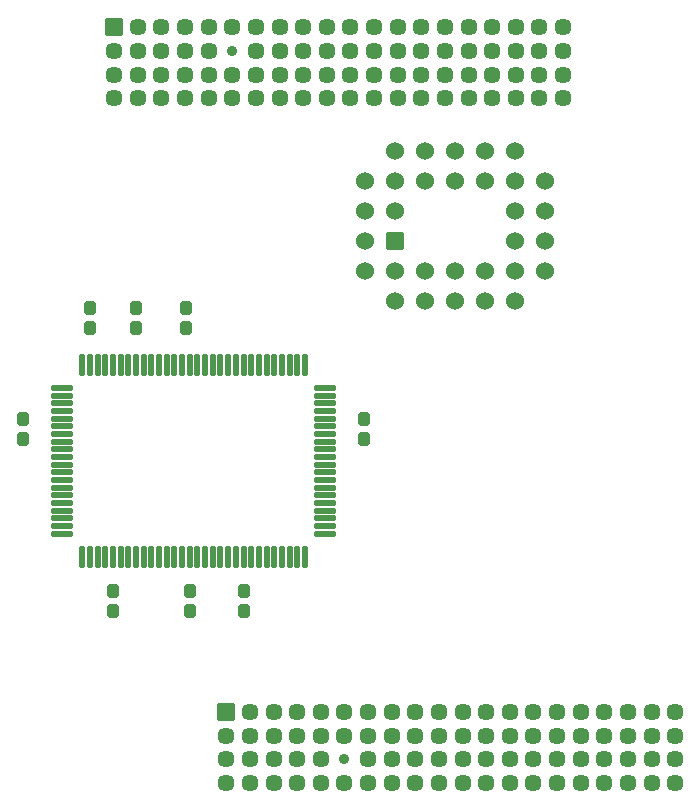
<source format=gbr>
G04 #@! TF.GenerationSoftware,KiCad,Pcbnew,7.0.9*
G04 #@! TF.CreationDate,2024-01-08T23:36:14-05:00*
G04 #@! TF.ProjectId,Compaq S3 Virge GX VRAM Addon Board,436f6d70-6171-4205-9333-205669726765,1*
G04 #@! TF.SameCoordinates,Original*
G04 #@! TF.FileFunction,Soldermask,Bot*
G04 #@! TF.FilePolarity,Negative*
%FSLAX46Y46*%
G04 Gerber Fmt 4.6, Leading zero omitted, Abs format (unit mm)*
G04 Created by KiCad (PCBNEW 7.0.9) date 2024-01-08 23:36:14*
%MOMM*%
%LPD*%
G01*
G04 APERTURE LIST*
G04 Aperture macros list*
%AMRoundRect*
0 Rectangle with rounded corners*
0 $1 Rounding radius*
0 $2 $3 $4 $5 $6 $7 $8 $9 X,Y pos of 4 corners*
0 Add a 4 corners polygon primitive as box body*
4,1,4,$2,$3,$4,$5,$6,$7,$8,$9,$2,$3,0*
0 Add four circle primitives for the rounded corners*
1,1,$1+$1,$2,$3*
1,1,$1+$1,$4,$5*
1,1,$1+$1,$6,$7*
1,1,$1+$1,$8,$9*
0 Add four rect primitives between the rounded corners*
20,1,$1+$1,$2,$3,$4,$5,0*
20,1,$1+$1,$4,$5,$6,$7,0*
20,1,$1+$1,$6,$7,$8,$9,0*
20,1,$1+$1,$8,$9,$2,$3,0*%
G04 Aperture macros list end*
%ADD10C,0.901600*%
%ADD11RoundRect,0.050800X-0.675000X-0.675000X0.675000X-0.675000X0.675000X0.675000X-0.675000X0.675000X0*%
%ADD12C,1.451600*%
%ADD13RoundRect,0.050800X-0.711200X0.711200X-0.711200X-0.711200X0.711200X-0.711200X0.711200X0.711200X0*%
%ADD14C,1.524000*%
%ADD15RoundRect,0.150800X-0.100000X0.775000X-0.100000X-0.775000X0.100000X-0.775000X0.100000X0.775000X0*%
%ADD16RoundRect,0.150800X-0.775000X0.100000X-0.775000X-0.100000X0.775000X-0.100000X0.775000X0.100000X0*%
%ADD17RoundRect,0.288300X-0.237500X0.300000X-0.237500X-0.300000X0.237500X-0.300000X0.237500X0.300000X0*%
%ADD18RoundRect,0.288300X0.237500X-0.300000X0.237500X0.300000X-0.237500X0.300000X-0.237500X-0.300000X0*%
G04 APERTURE END LIST*
D10*
X127030000Y-74830000D03*
D11*
X117030000Y-72830000D03*
D12*
X119030000Y-72830000D03*
X121030000Y-72830000D03*
X123030000Y-72830000D03*
X125030000Y-72830000D03*
X127030000Y-72830000D03*
X129030000Y-72830000D03*
X131030000Y-72830000D03*
X133030000Y-72830000D03*
X135030000Y-72830000D03*
X137030000Y-72830000D03*
X139030000Y-72830000D03*
X141030000Y-72830000D03*
X143030000Y-72830000D03*
X145030000Y-72830000D03*
X147030000Y-72830000D03*
X149030000Y-72830000D03*
X151030000Y-72830000D03*
X153030000Y-72830000D03*
X155030000Y-72830000D03*
X117030000Y-74830000D03*
X119030000Y-74830000D03*
X121030000Y-74830000D03*
X123030000Y-74830000D03*
X125030000Y-74830000D03*
X129030000Y-74830000D03*
X131030000Y-74830000D03*
X133030000Y-74830000D03*
X135030000Y-74830000D03*
X137030000Y-74830000D03*
X139030000Y-74830000D03*
X141030000Y-74830000D03*
X143030000Y-74830000D03*
X145030000Y-74830000D03*
X147030000Y-74830000D03*
X149030000Y-74830000D03*
X151030000Y-74830000D03*
X153030000Y-74830000D03*
X155030000Y-74830000D03*
X117030000Y-76830000D03*
X119030000Y-76830000D03*
X121030000Y-76830000D03*
X123030000Y-76830000D03*
X125030000Y-76830000D03*
X127030000Y-76830000D03*
X129030000Y-76830000D03*
X131030000Y-76830000D03*
X133030000Y-76830000D03*
X135030000Y-76830000D03*
X137030000Y-76830000D03*
X139030000Y-76830000D03*
X141030000Y-76830000D03*
X143030000Y-76830000D03*
X145030000Y-76830000D03*
X147030000Y-76830000D03*
X149030000Y-76830000D03*
X151030000Y-76830000D03*
X153030000Y-76830000D03*
X155030000Y-76830000D03*
X117030000Y-78830000D03*
X119030000Y-78830000D03*
X121030000Y-78830000D03*
X123030000Y-78830000D03*
X125030000Y-78830000D03*
X127030000Y-78830000D03*
X129030000Y-78830000D03*
X131030000Y-78830000D03*
X133030000Y-78830000D03*
X135030000Y-78830000D03*
X137030000Y-78830000D03*
X139030000Y-78830000D03*
X141030000Y-78830000D03*
X143030000Y-78830000D03*
X145030000Y-78830000D03*
X147030000Y-78830000D03*
X149030000Y-78830000D03*
X151030000Y-78830000D03*
X153030000Y-78830000D03*
X155030000Y-78830000D03*
D10*
X136530000Y-134810000D03*
D11*
X126530000Y-130810000D03*
D12*
X128530000Y-130810000D03*
X130530000Y-130810000D03*
X132530000Y-130810000D03*
X134530000Y-130810000D03*
X136530000Y-130810000D03*
X138530000Y-130810000D03*
X140530000Y-130810000D03*
X142530000Y-130810000D03*
X144530000Y-130810000D03*
X146530000Y-130810000D03*
X148530000Y-130810000D03*
X150530000Y-130810000D03*
X152530000Y-130810000D03*
X154530000Y-130810000D03*
X156530000Y-130810000D03*
X158530000Y-130810000D03*
X160530000Y-130810000D03*
X162530000Y-130810000D03*
X164530000Y-130810000D03*
X126530000Y-132810000D03*
X128530000Y-132810000D03*
X130530000Y-132810000D03*
X132530000Y-132810000D03*
X134530000Y-132810000D03*
X136530000Y-132810000D03*
X138530000Y-132810000D03*
X140530000Y-132810000D03*
X142530000Y-132810000D03*
X144530000Y-132810000D03*
X146530000Y-132810000D03*
X148530000Y-132810000D03*
X150530000Y-132810000D03*
X152530000Y-132810000D03*
X154530000Y-132810000D03*
X156530000Y-132810000D03*
X158530000Y-132810000D03*
X160530000Y-132810000D03*
X162530000Y-132810000D03*
X164530000Y-132810000D03*
X126530000Y-134810000D03*
X128530000Y-134810000D03*
X130530000Y-134810000D03*
X132530000Y-134810000D03*
X134530000Y-134810000D03*
X138530000Y-134810000D03*
X140530000Y-134810000D03*
X142530000Y-134810000D03*
X144530000Y-134810000D03*
X146530000Y-134810000D03*
X148530000Y-134810000D03*
X150530000Y-134810000D03*
X152530000Y-134810000D03*
X154530000Y-134810000D03*
X156530000Y-134810000D03*
X158530000Y-134810000D03*
X160530000Y-134810000D03*
X162530000Y-134810000D03*
X164530000Y-134810000D03*
X126530000Y-136810000D03*
X128530000Y-136810000D03*
X130530000Y-136810000D03*
X132530000Y-136810000D03*
X134530000Y-136810000D03*
X136530000Y-136810000D03*
X138530000Y-136810000D03*
X140530000Y-136810000D03*
X142530000Y-136810000D03*
X144530000Y-136810000D03*
X146530000Y-136810000D03*
X148530000Y-136810000D03*
X150530000Y-136810000D03*
X152530000Y-136810000D03*
X154530000Y-136810000D03*
X156530000Y-136810000D03*
X158530000Y-136810000D03*
X160530000Y-136810000D03*
X162530000Y-136810000D03*
X164530000Y-136810000D03*
D13*
X140800000Y-90930000D03*
D14*
X138260000Y-88390000D03*
X140800000Y-88390000D03*
X138260000Y-85850000D03*
X140800000Y-83310000D03*
X140800000Y-85850000D03*
X143340000Y-83310000D03*
X143340000Y-85850000D03*
X145880000Y-83310000D03*
X145880000Y-85850000D03*
X148420000Y-83310000D03*
X148420000Y-85850000D03*
X150960000Y-83310000D03*
X153500000Y-85850000D03*
X150960000Y-85850000D03*
X153500000Y-88390000D03*
X150960000Y-88390000D03*
X153500000Y-90930000D03*
X150960000Y-90930000D03*
X153500000Y-93470000D03*
X150960000Y-96010000D03*
X150960000Y-93470000D03*
X148420000Y-96010000D03*
X148420000Y-93470000D03*
X145880000Y-96010000D03*
X145880000Y-93470000D03*
X143340000Y-96010000D03*
X143340000Y-93470000D03*
X140800000Y-96010000D03*
X138260000Y-93470000D03*
X140800000Y-93470000D03*
X138260000Y-90930000D03*
D15*
X114331857Y-101394959D03*
X114981857Y-101394959D03*
X115631857Y-101394959D03*
X116281857Y-101394959D03*
X116931857Y-101394959D03*
X117581857Y-101394959D03*
X118231857Y-101394959D03*
X118881857Y-101394959D03*
X119531857Y-101394959D03*
X120181857Y-101394959D03*
X120831857Y-101394959D03*
X121481857Y-101394959D03*
X122131857Y-101394959D03*
X122781857Y-101394959D03*
X123431857Y-101394959D03*
X124081857Y-101394959D03*
X124731857Y-101394959D03*
X125381857Y-101394959D03*
X126031857Y-101394959D03*
X126681857Y-101394959D03*
X127331857Y-101394959D03*
X127981857Y-101394959D03*
X128631857Y-101394959D03*
X129281857Y-101394959D03*
X129931857Y-101394959D03*
X130581857Y-101394959D03*
X131231857Y-101394959D03*
X131881857Y-101394959D03*
X132531857Y-101394959D03*
X133181857Y-101394959D03*
D16*
X134881857Y-103344959D03*
X134881857Y-103994959D03*
X134881857Y-104644959D03*
X134881857Y-105294959D03*
X134881857Y-105944959D03*
X134881857Y-106594959D03*
X134881857Y-107244959D03*
X134881857Y-107894959D03*
X134881857Y-108544959D03*
X134881857Y-109194959D03*
X134881857Y-109844959D03*
X134881857Y-110494959D03*
X134881857Y-111144959D03*
X134881857Y-111794959D03*
X134881857Y-112444959D03*
X134881857Y-113094959D03*
X134881857Y-113744959D03*
X134881857Y-114394959D03*
X134881857Y-115044959D03*
X134881857Y-115694959D03*
D15*
X133181857Y-117644959D03*
X132531857Y-117644959D03*
X131881857Y-117644959D03*
X131231857Y-117644959D03*
X130581857Y-117644959D03*
X129931857Y-117644959D03*
X129281857Y-117644959D03*
X128631857Y-117644959D03*
X127981857Y-117644959D03*
X127331857Y-117644959D03*
X126681857Y-117644959D03*
X126031857Y-117644959D03*
X125381857Y-117644959D03*
X124731857Y-117644959D03*
X124081857Y-117644959D03*
X123431857Y-117644959D03*
X122781857Y-117644959D03*
X122131857Y-117644959D03*
X121481857Y-117644959D03*
X120831857Y-117644959D03*
X120181857Y-117644959D03*
X119531857Y-117644959D03*
X118881857Y-117644959D03*
X118231857Y-117644959D03*
X117581857Y-117644959D03*
X116931857Y-117644959D03*
X116281857Y-117644959D03*
X115631857Y-117644959D03*
X114981857Y-117644959D03*
X114331857Y-117644959D03*
D16*
X112631857Y-115694959D03*
X112631857Y-115044959D03*
X112631857Y-114394959D03*
X112631857Y-113744959D03*
X112631857Y-113094959D03*
X112631857Y-112444959D03*
X112631857Y-111794959D03*
X112631857Y-111144959D03*
X112631857Y-110494959D03*
X112631857Y-109844959D03*
X112631857Y-109194959D03*
X112631857Y-108544959D03*
X112631857Y-107894959D03*
X112631857Y-107244959D03*
X112631857Y-106594959D03*
X112631857Y-105944959D03*
X112631857Y-105294959D03*
X112631857Y-104644959D03*
X112631857Y-103994959D03*
X112631857Y-103344959D03*
D17*
X138151857Y-105942459D03*
X138151857Y-107667459D03*
D18*
X114971857Y-98277459D03*
X114971857Y-96552459D03*
X123111857Y-98277459D03*
X123111857Y-96552459D03*
D17*
X116931857Y-120522459D03*
X116931857Y-122247459D03*
X123441857Y-120514959D03*
X123441857Y-122239959D03*
X109301857Y-105942459D03*
X109301857Y-107667459D03*
D18*
X118891857Y-98277459D03*
X118891857Y-96552459D03*
D17*
X127981857Y-120522459D03*
X127981857Y-122247459D03*
M02*

</source>
